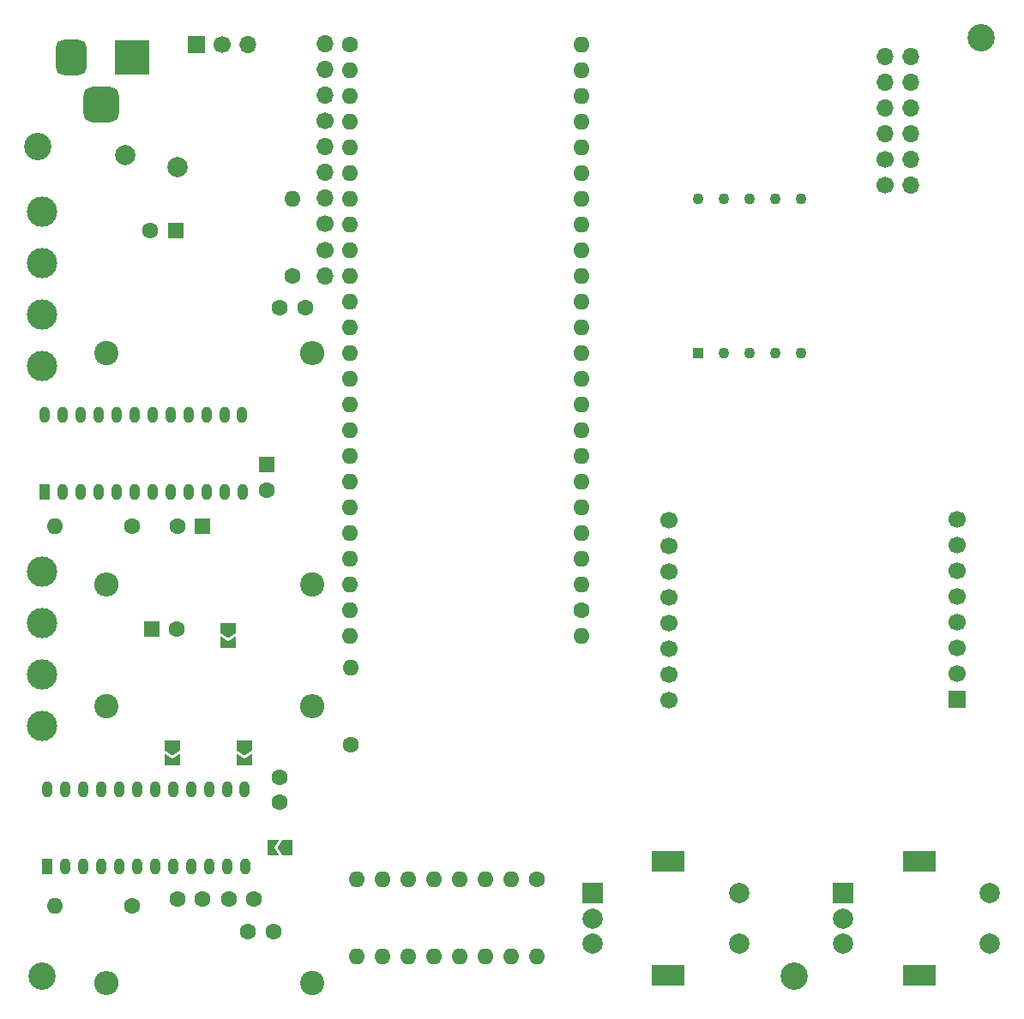
<source format=gts>
G04 #@! TF.GenerationSoftware,KiCad,Pcbnew,(6.0.9)*
G04 #@! TF.CreationDate,2023-01-01T16:59:07+09:00*
G04 #@! TF.ProjectId,tangnano9k_motordriver,74616e67-6e61-46e6-9f39-6b5f6d6f746f,rev?*
G04 #@! TF.SameCoordinates,Original*
G04 #@! TF.FileFunction,Soldermask,Top*
G04 #@! TF.FilePolarity,Negative*
%FSLAX46Y46*%
G04 Gerber Fmt 4.6, Leading zero omitted, Abs format (unit mm)*
G04 Created by KiCad (PCBNEW (6.0.9)) date 2023-01-01 16:59:07*
%MOMM*%
%LPD*%
G01*
G04 APERTURE LIST*
G04 Aperture macros list*
%AMRoundRect*
0 Rectangle with rounded corners*
0 $1 Rounding radius*
0 $2 $3 $4 $5 $6 $7 $8 $9 X,Y pos of 4 corners*
0 Add a 4 corners polygon primitive as box body*
4,1,4,$2,$3,$4,$5,$6,$7,$8,$9,$2,$3,0*
0 Add four circle primitives for the rounded corners*
1,1,$1+$1,$2,$3*
1,1,$1+$1,$4,$5*
1,1,$1+$1,$6,$7*
1,1,$1+$1,$8,$9*
0 Add four rect primitives between the rounded corners*
20,1,$1+$1,$2,$3,$4,$5,0*
20,1,$1+$1,$4,$5,$6,$7,0*
20,1,$1+$1,$6,$7,$8,$9,0*
20,1,$1+$1,$8,$9,$2,$3,0*%
%AMFreePoly0*
4,1,6,1.000000,0.000000,0.500000,-0.750000,-0.500000,-0.750000,-0.500000,0.750000,0.500000,0.750000,1.000000,0.000000,1.000000,0.000000,$1*%
%AMFreePoly1*
4,1,6,0.500000,-0.750000,-0.650000,-0.750000,-0.150000,0.000000,-0.650000,0.750000,0.500000,0.750000,0.500000,-0.750000,0.500000,-0.750000,$1*%
G04 Aperture macros list end*
%ADD10C,2.700000*%
%ADD11R,1.700000X1.700000*%
%ADD12C,1.700000*%
%ADD13C,1.600000*%
%ADD14O,1.600000X1.600000*%
%ADD15O,1.700000X1.700000*%
%ADD16C,2.400000*%
%ADD17O,2.400000X2.400000*%
%ADD18R,1.600000X1.600000*%
%ADD19FreePoly0,270.000000*%
%ADD20FreePoly1,270.000000*%
%ADD21R,2.000000X2.000000*%
%ADD22C,2.000000*%
%ADD23R,3.200000X2.000000*%
%ADD24R,1.000000X1.600000*%
%ADD25O,1.000000X1.600000*%
%ADD26R,1.100000X1.100000*%
%ADD27C,1.100000*%
%ADD28C,2.010000*%
%ADD29R,3.500000X3.500000*%
%ADD30RoundRect,0.750000X-0.750000X-1.000000X0.750000X-1.000000X0.750000X1.000000X-0.750000X1.000000X0*%
%ADD31RoundRect,0.875000X-0.875000X-0.875000X0.875000X-0.875000X0.875000X0.875000X-0.875000X0.875000X0*%
%ADD32C,3.000000*%
%ADD33FreePoly0,180.000000*%
%ADD34FreePoly1,180.000000*%
G04 APERTURE END LIST*
D10*
G04 #@! TO.C,REF\u002A\u002A*
X139065000Y-142875000D03*
G04 #@! TD*
D11*
G04 #@! TO.C,U4*
X155150000Y-115510000D03*
D12*
X155170000Y-112970000D03*
X155170000Y-110430000D03*
X155170000Y-107890000D03*
X155170000Y-105350000D03*
X155170000Y-102810000D03*
X155170000Y-100270000D03*
X155170000Y-97730000D03*
X126690000Y-97790000D03*
X126690000Y-100330000D03*
X126690000Y-102870000D03*
X126690000Y-105410000D03*
X126690000Y-107950000D03*
X126690000Y-110490000D03*
X126690000Y-113030000D03*
X126690000Y-115570000D03*
G04 #@! TD*
D13*
G04 #@! TO.C,U3*
X95187500Y-50800000D03*
D14*
X95187500Y-53340000D03*
X95187500Y-55880000D03*
X95187500Y-58420000D03*
X95187500Y-60960000D03*
X95187500Y-63500000D03*
X95187500Y-66040000D03*
X95187500Y-68580000D03*
X95187500Y-71120000D03*
X95187500Y-73660000D03*
X95187500Y-76200000D03*
X95187500Y-78740000D03*
X95187500Y-81280000D03*
X95187500Y-83820000D03*
X95187500Y-86360000D03*
X95187500Y-88900000D03*
X95187500Y-91440000D03*
X95187500Y-93980000D03*
X95187500Y-96520000D03*
X95187500Y-99060000D03*
X95187500Y-101600000D03*
X95187500Y-104140000D03*
X95187500Y-106680000D03*
X95187500Y-109220000D03*
X118047500Y-109220000D03*
D13*
X118047500Y-106680000D03*
D14*
X118047500Y-104140000D03*
X118047500Y-101600000D03*
X118047500Y-99060000D03*
X118047500Y-96520000D03*
X118047500Y-93980000D03*
X118047500Y-91440000D03*
X118047500Y-88900000D03*
X118047500Y-86360000D03*
X118047500Y-83820000D03*
X118047500Y-81280000D03*
X118047500Y-78740000D03*
X118047500Y-76200000D03*
X118047500Y-73660000D03*
X118047500Y-71120000D03*
X118047500Y-68580000D03*
X118047500Y-66040000D03*
X118047500Y-63500000D03*
X118047500Y-60960000D03*
X118047500Y-58420000D03*
X118047500Y-55880000D03*
X118047500Y-53340000D03*
X118047500Y-50800000D03*
G04 #@! TD*
D12*
G04 #@! TO.C,Pin3*
X92710000Y-71120000D03*
D15*
X92710000Y-73660000D03*
G04 #@! TD*
D12*
G04 #@! TO.C,Pin2*
X92710000Y-68570000D03*
D15*
X92710000Y-66030000D03*
X92710000Y-63490000D03*
X92710000Y-60950000D03*
G04 #@! TD*
D12*
G04 #@! TO.C,Pin1*
X92710000Y-58410000D03*
D15*
X92710000Y-55870000D03*
X92710000Y-53330000D03*
X92710000Y-50790000D03*
G04 #@! TD*
D13*
G04 #@! TO.C,R8*
X95250000Y-120015000D03*
D14*
X95250000Y-112395000D03*
G04 #@! TD*
G04 #@! TO.C,R7*
X89535000Y-66040000D03*
D13*
X89535000Y-73660000D03*
G04 #@! TD*
G04 #@! TO.C,C9*
X88265000Y-125710000D03*
X88265000Y-123210000D03*
G04 #@! TD*
G04 #@! TO.C,C8*
X90765000Y-76835000D03*
X88265000Y-76835000D03*
G04 #@! TD*
D16*
G04 #@! TO.C,R2*
X91440000Y-104140000D03*
D17*
X71120000Y-104140000D03*
G04 #@! TD*
D16*
G04 #@! TO.C,R3*
X71120000Y-81280000D03*
D17*
X91440000Y-81280000D03*
G04 #@! TD*
D13*
G04 #@! TO.C,R1*
X73660000Y-98425000D03*
D14*
X66040000Y-98425000D03*
G04 #@! TD*
D13*
G04 #@! TO.C,C4*
X86995000Y-94837500D03*
D18*
X86995000Y-92337500D03*
G04 #@! TD*
D13*
G04 #@! TO.C,C7*
X85110000Y-138430000D03*
X87610000Y-138430000D03*
G04 #@! TD*
D19*
G04 #@! TO.C,JP5*
X77638122Y-120087889D03*
D20*
X77638122Y-121537889D03*
G04 #@! TD*
D10*
G04 #@! TO.C,REF\u002A\u002A*
X157480000Y-50165000D03*
G04 #@! TD*
D18*
G04 #@! TO.C,C1*
X77987651Y-69215000D03*
D13*
X75487651Y-69215000D03*
G04 #@! TD*
D21*
G04 #@! TO.C,Rotary_SW2*
X119115000Y-134660000D03*
D22*
X119115000Y-139660000D03*
X119115000Y-137160000D03*
D23*
X126615000Y-142760000D03*
X126615000Y-131560000D03*
D22*
X133615000Y-139660000D03*
X133615000Y-134660000D03*
G04 #@! TD*
D19*
G04 #@! TO.C,JP7*
X84791886Y-120087889D03*
D20*
X84791886Y-121537889D03*
G04 #@! TD*
D24*
G04 #@! TO.C,U2*
X65024000Y-95046851D03*
D25*
X66802000Y-95046851D03*
X68580000Y-95046851D03*
X70358000Y-95046851D03*
X72136000Y-95046851D03*
X73914000Y-95046851D03*
X75692000Y-95046851D03*
X77470000Y-95046851D03*
X79248000Y-95046851D03*
X81026000Y-95046851D03*
X82804000Y-95046851D03*
X84582000Y-95046851D03*
X84532000Y-87446851D03*
X82792000Y-87446851D03*
X81014000Y-87446851D03*
X79236000Y-87446851D03*
X77458000Y-87446851D03*
X75680000Y-87446851D03*
X73902000Y-87446851D03*
X72124000Y-87446851D03*
X70346000Y-87446851D03*
X68568000Y-87446851D03*
X66790000Y-87446851D03*
X65012000Y-87446851D03*
G04 #@! TD*
D26*
G04 #@! TO.C,DS1*
X129540000Y-81280000D03*
D27*
X132080000Y-81280000D03*
X134620000Y-81280000D03*
X137160000Y-81280000D03*
X139700000Y-81280000D03*
X139700000Y-66040000D03*
X137160000Y-66040000D03*
X134620000Y-66040000D03*
X132080000Y-66040000D03*
X129540000Y-66040000D03*
G04 #@! TD*
D13*
G04 #@! TO.C,C6*
X83205000Y-135255000D03*
X85705000Y-135255000D03*
G04 #@! TD*
D11*
G04 #@! TO.C,U1*
X80025000Y-50800000D03*
D12*
X82565000Y-50800000D03*
D15*
X85105000Y-50800000D03*
G04 #@! TD*
D16*
G04 #@! TO.C,R5*
X91440000Y-143510000D03*
D17*
X71120000Y-143510000D03*
G04 #@! TD*
D24*
G04 #@! TO.C,U5*
X65287702Y-132045000D03*
D25*
X67065702Y-132045000D03*
X68843702Y-132045000D03*
X70621702Y-132045000D03*
X72399702Y-132045000D03*
X74177702Y-132045000D03*
X75955702Y-132045000D03*
X77733702Y-132045000D03*
X79511702Y-132045000D03*
X81289702Y-132045000D03*
X83067702Y-132045000D03*
X84845702Y-132045000D03*
X84795702Y-124445000D03*
X83055702Y-124445000D03*
X81277702Y-124445000D03*
X79499702Y-124445000D03*
X77721702Y-124445000D03*
X75943702Y-124445000D03*
X74165702Y-124445000D03*
X72387702Y-124445000D03*
X70609702Y-124445000D03*
X68831702Y-124445000D03*
X67053702Y-124445000D03*
X65275702Y-124445000D03*
G04 #@! TD*
D13*
G04 #@! TO.C,C5*
X78125000Y-135255000D03*
X80625000Y-135255000D03*
G04 #@! TD*
D28*
G04 #@! TO.C,F1*
X73025000Y-61755426D03*
X78125000Y-62955426D03*
G04 #@! TD*
D29*
G04 #@! TO.C,J1*
X73660000Y-52070000D03*
D30*
X67660000Y-52070000D03*
D31*
X70660000Y-56770000D03*
G04 #@! TD*
D13*
G04 #@! TO.C,C2*
X78085000Y-108585000D03*
D18*
X75585000Y-108585000D03*
G04 #@! TD*
D13*
G04 #@! TO.C,R4*
X73660000Y-135890000D03*
D14*
X66040000Y-135890000D03*
G04 #@! TD*
D10*
G04 #@! TO.C,REF\u002A\u002A*
X64770000Y-142875000D03*
G04 #@! TD*
D32*
G04 #@! TO.C,J3*
X64770000Y-102870000D03*
X64770000Y-107950000D03*
X64770000Y-113030000D03*
X64770000Y-118110000D03*
G04 #@! TD*
D19*
G04 #@! TO.C,JP6*
X83185000Y-108495000D03*
D20*
X83185000Y-109945000D03*
G04 #@! TD*
D12*
G04 #@! TO.C,J4*
X148045000Y-64745000D03*
D15*
X150585000Y-64745000D03*
D12*
X148045000Y-62205000D03*
D15*
X150585000Y-62205000D03*
X148045000Y-59665000D03*
X150585000Y-59665000D03*
X148045000Y-57125000D03*
X150585000Y-57125000D03*
X148045000Y-54585000D03*
X150585000Y-54585000D03*
X148045000Y-52045000D03*
X150585000Y-52045000D03*
G04 #@! TD*
D32*
G04 #@! TO.C,J2*
X64770000Y-67310000D03*
X64770000Y-72390000D03*
X64770000Y-77470000D03*
X64770000Y-82550000D03*
G04 #@! TD*
D13*
G04 #@! TO.C,C3*
X78125000Y-98425000D03*
D18*
X80625000Y-98425000D03*
G04 #@! TD*
D21*
G04 #@! TO.C,Rotary_SW1*
X143880000Y-134660000D03*
D22*
X143880000Y-139660000D03*
X143880000Y-137160000D03*
D23*
X151380000Y-131560000D03*
X151380000Y-142760000D03*
D22*
X158380000Y-139660000D03*
X158380000Y-134660000D03*
G04 #@! TD*
D13*
G04 #@! TO.C,SW3*
X113675000Y-133329796D03*
D14*
X111135000Y-133329796D03*
X108595000Y-133329796D03*
X106055000Y-133329796D03*
X103515000Y-133329796D03*
X100975000Y-133329796D03*
X98435000Y-133329796D03*
X95895000Y-133329796D03*
X95895000Y-140949796D03*
X98435000Y-140949796D03*
X100975000Y-140949796D03*
X103515000Y-140949796D03*
X106055000Y-140949796D03*
X108595000Y-140949796D03*
X111135000Y-140949796D03*
X113675000Y-140949796D03*
G04 #@! TD*
D33*
G04 #@! TO.C,JP8*
X88990000Y-130175000D03*
D34*
X87540000Y-130175000D03*
G04 #@! TD*
D16*
G04 #@! TO.C,R6*
X71120000Y-116205000D03*
D17*
X91440000Y-116205000D03*
G04 #@! TD*
D10*
G04 #@! TO.C,REF\u002A\u002A*
X64400000Y-60900000D03*
G04 #@! TD*
M02*

</source>
